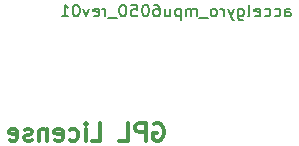
<source format=gbo>
G04 #@! TF.FileFunction,Legend,Bot*
%FSLAX46Y46*%
G04 Gerber Fmt 4.6, Leading zero omitted, Abs format (unit mm)*
G04 Created by KiCad (PCBNEW 4.0.6-e0-6349~53~ubuntu16.04.1) date Sat Jul 29 16:19:03 2017*
%MOMM*%
%LPD*%
G01*
G04 APERTURE LIST*
%ADD10C,0.150000*%
%ADD11C,0.300000*%
G04 APERTURE END LIST*
D10*
D11*
X148714286Y-113250000D02*
X148857143Y-113178571D01*
X149071429Y-113178571D01*
X149285714Y-113250000D01*
X149428572Y-113392857D01*
X149500000Y-113535714D01*
X149571429Y-113821429D01*
X149571429Y-114035714D01*
X149500000Y-114321429D01*
X149428572Y-114464286D01*
X149285714Y-114607143D01*
X149071429Y-114678571D01*
X148928572Y-114678571D01*
X148714286Y-114607143D01*
X148642857Y-114535714D01*
X148642857Y-114035714D01*
X148928572Y-114035714D01*
X148000000Y-114678571D02*
X148000000Y-113178571D01*
X147428572Y-113178571D01*
X147285714Y-113250000D01*
X147214286Y-113321429D01*
X147142857Y-113464286D01*
X147142857Y-113678571D01*
X147214286Y-113821429D01*
X147285714Y-113892857D01*
X147428572Y-113964286D01*
X148000000Y-113964286D01*
X145785714Y-114678571D02*
X146500000Y-114678571D01*
X146500000Y-113178571D01*
X143428571Y-114678571D02*
X144142857Y-114678571D01*
X144142857Y-113178571D01*
X142928571Y-114678571D02*
X142928571Y-113678571D01*
X142928571Y-113178571D02*
X143000000Y-113250000D01*
X142928571Y-113321429D01*
X142857143Y-113250000D01*
X142928571Y-113178571D01*
X142928571Y-113321429D01*
X141571428Y-114607143D02*
X141714285Y-114678571D01*
X141999999Y-114678571D01*
X142142857Y-114607143D01*
X142214285Y-114535714D01*
X142285714Y-114392857D01*
X142285714Y-113964286D01*
X142214285Y-113821429D01*
X142142857Y-113750000D01*
X141999999Y-113678571D01*
X141714285Y-113678571D01*
X141571428Y-113750000D01*
X140357143Y-114607143D02*
X140500000Y-114678571D01*
X140785714Y-114678571D01*
X140928571Y-114607143D01*
X141000000Y-114464286D01*
X141000000Y-113892857D01*
X140928571Y-113750000D01*
X140785714Y-113678571D01*
X140500000Y-113678571D01*
X140357143Y-113750000D01*
X140285714Y-113892857D01*
X140285714Y-114035714D01*
X141000000Y-114178571D01*
X139642857Y-113678571D02*
X139642857Y-114678571D01*
X139642857Y-113821429D02*
X139571429Y-113750000D01*
X139428571Y-113678571D01*
X139214286Y-113678571D01*
X139071429Y-113750000D01*
X139000000Y-113892857D01*
X139000000Y-114678571D01*
X138357143Y-114607143D02*
X138214286Y-114678571D01*
X137928571Y-114678571D01*
X137785714Y-114607143D01*
X137714286Y-114464286D01*
X137714286Y-114392857D01*
X137785714Y-114250000D01*
X137928571Y-114178571D01*
X138142857Y-114178571D01*
X138285714Y-114107143D01*
X138357143Y-113964286D01*
X138357143Y-113892857D01*
X138285714Y-113750000D01*
X138142857Y-113678571D01*
X137928571Y-113678571D01*
X137785714Y-113750000D01*
X136500000Y-114607143D02*
X136642857Y-114678571D01*
X136928571Y-114678571D01*
X137071428Y-114607143D01*
X137142857Y-114464286D01*
X137142857Y-113892857D01*
X137071428Y-113750000D01*
X136928571Y-113678571D01*
X136642857Y-113678571D01*
X136500000Y-113750000D01*
X136428571Y-113892857D01*
X136428571Y-114035714D01*
X137142857Y-114178571D01*
D10*
X159838096Y-104152381D02*
X159838096Y-103628571D01*
X159885715Y-103533333D01*
X159980953Y-103485714D01*
X160171430Y-103485714D01*
X160266668Y-103533333D01*
X159838096Y-104104762D02*
X159933334Y-104152381D01*
X160171430Y-104152381D01*
X160266668Y-104104762D01*
X160314287Y-104009524D01*
X160314287Y-103914286D01*
X160266668Y-103819048D01*
X160171430Y-103771429D01*
X159933334Y-103771429D01*
X159838096Y-103723810D01*
X158933334Y-104104762D02*
X159028572Y-104152381D01*
X159219049Y-104152381D01*
X159314287Y-104104762D01*
X159361906Y-104057143D01*
X159409525Y-103961905D01*
X159409525Y-103676190D01*
X159361906Y-103580952D01*
X159314287Y-103533333D01*
X159219049Y-103485714D01*
X159028572Y-103485714D01*
X158933334Y-103533333D01*
X158076191Y-104104762D02*
X158171429Y-104152381D01*
X158361906Y-104152381D01*
X158457144Y-104104762D01*
X158504763Y-104057143D01*
X158552382Y-103961905D01*
X158552382Y-103676190D01*
X158504763Y-103580952D01*
X158457144Y-103533333D01*
X158361906Y-103485714D01*
X158171429Y-103485714D01*
X158076191Y-103533333D01*
X157266667Y-104104762D02*
X157361905Y-104152381D01*
X157552382Y-104152381D01*
X157647620Y-104104762D01*
X157695239Y-104009524D01*
X157695239Y-103628571D01*
X157647620Y-103533333D01*
X157552382Y-103485714D01*
X157361905Y-103485714D01*
X157266667Y-103533333D01*
X157219048Y-103628571D01*
X157219048Y-103723810D01*
X157695239Y-103819048D01*
X156647620Y-104152381D02*
X156742858Y-104104762D01*
X156790477Y-104009524D01*
X156790477Y-103152381D01*
X155838095Y-103485714D02*
X155838095Y-104295238D01*
X155885714Y-104390476D01*
X155933333Y-104438095D01*
X156028572Y-104485714D01*
X156171429Y-104485714D01*
X156266667Y-104438095D01*
X155838095Y-104104762D02*
X155933333Y-104152381D01*
X156123810Y-104152381D01*
X156219048Y-104104762D01*
X156266667Y-104057143D01*
X156314286Y-103961905D01*
X156314286Y-103676190D01*
X156266667Y-103580952D01*
X156219048Y-103533333D01*
X156123810Y-103485714D01*
X155933333Y-103485714D01*
X155838095Y-103533333D01*
X155457143Y-103485714D02*
X155219048Y-104152381D01*
X154980952Y-103485714D02*
X155219048Y-104152381D01*
X155314286Y-104390476D01*
X155361905Y-104438095D01*
X155457143Y-104485714D01*
X154600000Y-104152381D02*
X154600000Y-103485714D01*
X154600000Y-103676190D02*
X154552381Y-103580952D01*
X154504762Y-103533333D01*
X154409524Y-103485714D01*
X154314285Y-103485714D01*
X153838095Y-104152381D02*
X153933333Y-104104762D01*
X153980952Y-104057143D01*
X154028571Y-103961905D01*
X154028571Y-103676190D01*
X153980952Y-103580952D01*
X153933333Y-103533333D01*
X153838095Y-103485714D01*
X153695237Y-103485714D01*
X153599999Y-103533333D01*
X153552380Y-103580952D01*
X153504761Y-103676190D01*
X153504761Y-103961905D01*
X153552380Y-104057143D01*
X153599999Y-104104762D01*
X153695237Y-104152381D01*
X153838095Y-104152381D01*
X153314285Y-104247619D02*
X152552380Y-104247619D01*
X152314285Y-104152381D02*
X152314285Y-103485714D01*
X152314285Y-103580952D02*
X152266666Y-103533333D01*
X152171428Y-103485714D01*
X152028570Y-103485714D01*
X151933332Y-103533333D01*
X151885713Y-103628571D01*
X151885713Y-104152381D01*
X151885713Y-103628571D02*
X151838094Y-103533333D01*
X151742856Y-103485714D01*
X151599999Y-103485714D01*
X151504761Y-103533333D01*
X151457142Y-103628571D01*
X151457142Y-104152381D01*
X150980952Y-103485714D02*
X150980952Y-104485714D01*
X150980952Y-103533333D02*
X150885714Y-103485714D01*
X150695237Y-103485714D01*
X150599999Y-103533333D01*
X150552380Y-103580952D01*
X150504761Y-103676190D01*
X150504761Y-103961905D01*
X150552380Y-104057143D01*
X150599999Y-104104762D01*
X150695237Y-104152381D01*
X150885714Y-104152381D01*
X150980952Y-104104762D01*
X149647618Y-103485714D02*
X149647618Y-104152381D01*
X150076190Y-103485714D02*
X150076190Y-104009524D01*
X150028571Y-104104762D01*
X149933333Y-104152381D01*
X149790475Y-104152381D01*
X149695237Y-104104762D01*
X149647618Y-104057143D01*
X148742856Y-103152381D02*
X148933333Y-103152381D01*
X149028571Y-103200000D01*
X149076190Y-103247619D01*
X149171428Y-103390476D01*
X149219047Y-103580952D01*
X149219047Y-103961905D01*
X149171428Y-104057143D01*
X149123809Y-104104762D01*
X149028571Y-104152381D01*
X148838094Y-104152381D01*
X148742856Y-104104762D01*
X148695237Y-104057143D01*
X148647618Y-103961905D01*
X148647618Y-103723810D01*
X148695237Y-103628571D01*
X148742856Y-103580952D01*
X148838094Y-103533333D01*
X149028571Y-103533333D01*
X149123809Y-103580952D01*
X149171428Y-103628571D01*
X149219047Y-103723810D01*
X148028571Y-103152381D02*
X147933332Y-103152381D01*
X147838094Y-103200000D01*
X147790475Y-103247619D01*
X147742856Y-103342857D01*
X147695237Y-103533333D01*
X147695237Y-103771429D01*
X147742856Y-103961905D01*
X147790475Y-104057143D01*
X147838094Y-104104762D01*
X147933332Y-104152381D01*
X148028571Y-104152381D01*
X148123809Y-104104762D01*
X148171428Y-104057143D01*
X148219047Y-103961905D01*
X148266666Y-103771429D01*
X148266666Y-103533333D01*
X148219047Y-103342857D01*
X148171428Y-103247619D01*
X148123809Y-103200000D01*
X148028571Y-103152381D01*
X146790475Y-103152381D02*
X147266666Y-103152381D01*
X147314285Y-103628571D01*
X147266666Y-103580952D01*
X147171428Y-103533333D01*
X146933332Y-103533333D01*
X146838094Y-103580952D01*
X146790475Y-103628571D01*
X146742856Y-103723810D01*
X146742856Y-103961905D01*
X146790475Y-104057143D01*
X146838094Y-104104762D01*
X146933332Y-104152381D01*
X147171428Y-104152381D01*
X147266666Y-104104762D01*
X147314285Y-104057143D01*
X146123809Y-103152381D02*
X146028570Y-103152381D01*
X145933332Y-103200000D01*
X145885713Y-103247619D01*
X145838094Y-103342857D01*
X145790475Y-103533333D01*
X145790475Y-103771429D01*
X145838094Y-103961905D01*
X145885713Y-104057143D01*
X145933332Y-104104762D01*
X146028570Y-104152381D01*
X146123809Y-104152381D01*
X146219047Y-104104762D01*
X146266666Y-104057143D01*
X146314285Y-103961905D01*
X146361904Y-103771429D01*
X146361904Y-103533333D01*
X146314285Y-103342857D01*
X146266666Y-103247619D01*
X146219047Y-103200000D01*
X146123809Y-103152381D01*
X145599999Y-104247619D02*
X144838094Y-104247619D01*
X144599999Y-104152381D02*
X144599999Y-103485714D01*
X144599999Y-103676190D02*
X144552380Y-103580952D01*
X144504761Y-103533333D01*
X144409523Y-103485714D01*
X144314284Y-103485714D01*
X143599998Y-104104762D02*
X143695236Y-104152381D01*
X143885713Y-104152381D01*
X143980951Y-104104762D01*
X144028570Y-104009524D01*
X144028570Y-103628571D01*
X143980951Y-103533333D01*
X143885713Y-103485714D01*
X143695236Y-103485714D01*
X143599998Y-103533333D01*
X143552379Y-103628571D01*
X143552379Y-103723810D01*
X144028570Y-103819048D01*
X143219046Y-103485714D02*
X142980951Y-104152381D01*
X142742855Y-103485714D01*
X142171427Y-103152381D02*
X142076188Y-103152381D01*
X141980950Y-103200000D01*
X141933331Y-103247619D01*
X141885712Y-103342857D01*
X141838093Y-103533333D01*
X141838093Y-103771429D01*
X141885712Y-103961905D01*
X141933331Y-104057143D01*
X141980950Y-104104762D01*
X142076188Y-104152381D01*
X142171427Y-104152381D01*
X142266665Y-104104762D01*
X142314284Y-104057143D01*
X142361903Y-103961905D01*
X142409522Y-103771429D01*
X142409522Y-103533333D01*
X142361903Y-103342857D01*
X142314284Y-103247619D01*
X142266665Y-103200000D01*
X142171427Y-103152381D01*
X140885712Y-104152381D02*
X141457141Y-104152381D01*
X141171427Y-104152381D02*
X141171427Y-103152381D01*
X141266665Y-103295238D01*
X141361903Y-103390476D01*
X141457141Y-103438095D01*
M02*

</source>
